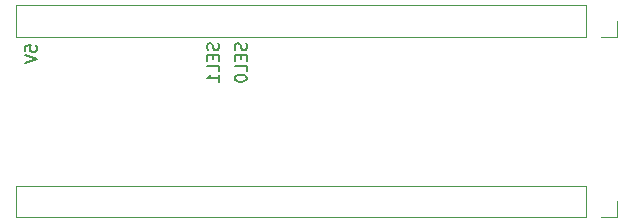
<source format=gbo>
G04 #@! TF.GenerationSoftware,KiCad,Pcbnew,(5.1.6)-1*
G04 #@! TF.CreationDate,2021-10-27T15:33:21+03:00*
G04 #@! TF.ProjectId,df_selector,64665f73-656c-4656-9374-6f722e6b6963,rev?*
G04 #@! TF.SameCoordinates,Original*
G04 #@! TF.FileFunction,Legend,Bot*
G04 #@! TF.FilePolarity,Positive*
%FSLAX46Y46*%
G04 Gerber Fmt 4.6, Leading zero omitted, Abs format (unit mm)*
G04 Created by KiCad (PCBNEW (5.1.6)-1) date 2021-10-27 15:33:21*
%MOMM*%
%LPD*%
G01*
G04 APERTURE LIST*
%ADD10C,0.150000*%
%ADD11C,0.120000*%
%ADD12O,1.700000X1.700000*%
%ADD13R,1.700000X1.700000*%
%ADD14C,1.700000*%
G04 APERTURE END LIST*
D10*
X74702380Y-104059523D02*
X74702380Y-103583333D01*
X75178571Y-103535714D01*
X75130952Y-103583333D01*
X75083333Y-103678571D01*
X75083333Y-103916666D01*
X75130952Y-104011904D01*
X75178571Y-104059523D01*
X75273809Y-104107142D01*
X75511904Y-104107142D01*
X75607142Y-104059523D01*
X75654761Y-104011904D01*
X75702380Y-103916666D01*
X75702380Y-103678571D01*
X75654761Y-103583333D01*
X75607142Y-103535714D01*
X74702380Y-104392857D02*
X75702380Y-104726190D01*
X74702380Y-105059523D01*
X93414761Y-103380952D02*
X93462380Y-103523809D01*
X93462380Y-103761904D01*
X93414761Y-103857142D01*
X93367142Y-103904761D01*
X93271904Y-103952380D01*
X93176666Y-103952380D01*
X93081428Y-103904761D01*
X93033809Y-103857142D01*
X92986190Y-103761904D01*
X92938571Y-103571428D01*
X92890952Y-103476190D01*
X92843333Y-103428571D01*
X92748095Y-103380952D01*
X92652857Y-103380952D01*
X92557619Y-103428571D01*
X92510000Y-103476190D01*
X92462380Y-103571428D01*
X92462380Y-103809523D01*
X92510000Y-103952380D01*
X92938571Y-104380952D02*
X92938571Y-104714285D01*
X93462380Y-104857142D02*
X93462380Y-104380952D01*
X92462380Y-104380952D01*
X92462380Y-104857142D01*
X93462380Y-105761904D02*
X93462380Y-105285714D01*
X92462380Y-105285714D01*
X92462380Y-106285714D02*
X92462380Y-106380952D01*
X92510000Y-106476190D01*
X92557619Y-106523809D01*
X92652857Y-106571428D01*
X92843333Y-106619047D01*
X93081428Y-106619047D01*
X93271904Y-106571428D01*
X93367142Y-106523809D01*
X93414761Y-106476190D01*
X93462380Y-106380952D01*
X93462380Y-106285714D01*
X93414761Y-106190476D01*
X93367142Y-106142857D01*
X93271904Y-106095238D01*
X93081428Y-106047619D01*
X92843333Y-106047619D01*
X92652857Y-106095238D01*
X92557619Y-106142857D01*
X92510000Y-106190476D01*
X92462380Y-106285714D01*
X91054761Y-103380952D02*
X91102380Y-103523809D01*
X91102380Y-103761904D01*
X91054761Y-103857142D01*
X91007142Y-103904761D01*
X90911904Y-103952380D01*
X90816666Y-103952380D01*
X90721428Y-103904761D01*
X90673809Y-103857142D01*
X90626190Y-103761904D01*
X90578571Y-103571428D01*
X90530952Y-103476190D01*
X90483333Y-103428571D01*
X90388095Y-103380952D01*
X90292857Y-103380952D01*
X90197619Y-103428571D01*
X90150000Y-103476190D01*
X90102380Y-103571428D01*
X90102380Y-103809523D01*
X90150000Y-103952380D01*
X90578571Y-104380952D02*
X90578571Y-104714285D01*
X91102380Y-104857142D02*
X91102380Y-104380952D01*
X90102380Y-104380952D01*
X90102380Y-104857142D01*
X91102380Y-105761904D02*
X91102380Y-105285714D01*
X90102380Y-105285714D01*
X91102380Y-106619047D02*
X91102380Y-106047619D01*
X91102380Y-106333333D02*
X90102380Y-106333333D01*
X90245238Y-106238095D01*
X90340476Y-106142857D01*
X90388095Y-106047619D01*
D11*
X124830000Y-102830000D02*
X124830000Y-101500000D01*
X123500000Y-102830000D02*
X124830000Y-102830000D01*
X122230000Y-102830000D02*
X122230000Y-100170000D01*
X122230000Y-100170000D02*
X73910000Y-100170000D01*
X122230000Y-102830000D02*
X73910000Y-102830000D01*
X73910000Y-102830000D02*
X73910000Y-100170000D01*
X73910000Y-118080000D02*
X73910000Y-115420000D01*
X122230000Y-118080000D02*
X73910000Y-118080000D01*
X122230000Y-115420000D02*
X73910000Y-115420000D01*
X122230000Y-118080000D02*
X122230000Y-115420000D01*
X123500000Y-118080000D02*
X124830000Y-118080000D01*
X124830000Y-118080000D02*
X124830000Y-116750000D01*
D10*
%LPC*%
D12*
X110840000Y-89750000D03*
X108300000Y-89750000D03*
X113380000Y-89750000D03*
D13*
X121000000Y-89750000D03*
D12*
X115920000Y-89750000D03*
X118460000Y-89750000D03*
X108300000Y-79250000D03*
X110840000Y-79250000D03*
X113380000Y-79250000D03*
X115920000Y-79250000D03*
X118460000Y-79250000D03*
D13*
X121000000Y-79250000D03*
D14*
X75320000Y-88180000D03*
X75320000Y-90720000D03*
X77860000Y-90720000D03*
X77860000Y-88180000D03*
X80400000Y-90720000D03*
X80400000Y-88180000D03*
X82940000Y-90720000D03*
X82940000Y-88180000D03*
X85480000Y-90720000D03*
X85480000Y-88180000D03*
X88020000Y-90720000D03*
X88020000Y-88180000D03*
X90560000Y-90720000D03*
X90560000Y-88180000D03*
X93100000Y-90720000D03*
X93100000Y-88180000D03*
X95640000Y-90720000D03*
X95640000Y-88180000D03*
X98180000Y-90720000D03*
X98180000Y-88180000D03*
X75320000Y-65320000D03*
X75320000Y-62780000D03*
X77860000Y-65320000D03*
X77860000Y-62780000D03*
X80400000Y-65320000D03*
X80400000Y-62780000D03*
X82940000Y-65320000D03*
X82940000Y-62780000D03*
X85480000Y-65320000D03*
X85480000Y-62780000D03*
X88020000Y-65320000D03*
X88020000Y-62780000D03*
X90560000Y-65320000D03*
X90560000Y-62780000D03*
X93100000Y-65320000D03*
X93100000Y-62780000D03*
X95640000Y-65320000D03*
X95640000Y-62780000D03*
X98180000Y-65320000D03*
X98180000Y-62780000D03*
D12*
X123510000Y-112740000D03*
X75250000Y-97500000D03*
X120970000Y-112740000D03*
X77790000Y-97500000D03*
X118430000Y-112740000D03*
X80330000Y-97500000D03*
X115890000Y-112740000D03*
X82870000Y-97500000D03*
X113350000Y-112740000D03*
X85410000Y-97500000D03*
X110810000Y-112740000D03*
X87950000Y-97500000D03*
X108270000Y-112740000D03*
X90490000Y-97500000D03*
X105730000Y-112740000D03*
X93030000Y-97500000D03*
X103190000Y-112740000D03*
X95570000Y-97500000D03*
X100650000Y-112740000D03*
X98110000Y-97500000D03*
X98110000Y-112740000D03*
X100650000Y-97500000D03*
X95570000Y-112740000D03*
X103190000Y-97500000D03*
X93030000Y-112740000D03*
X105730000Y-97500000D03*
X90490000Y-112740000D03*
X108270000Y-97500000D03*
X87950000Y-112740000D03*
X110810000Y-97500000D03*
X85410000Y-112740000D03*
X113350000Y-97500000D03*
X82870000Y-112740000D03*
X115890000Y-97500000D03*
X80330000Y-112740000D03*
X118430000Y-97500000D03*
X77790000Y-112740000D03*
X120970000Y-97500000D03*
X75250000Y-112740000D03*
D13*
X123510000Y-97500000D03*
X123500000Y-101500000D03*
D12*
X120960000Y-101500000D03*
X118420000Y-101500000D03*
X115880000Y-101500000D03*
X113340000Y-101500000D03*
X110800000Y-101500000D03*
X108260000Y-101500000D03*
X105720000Y-101500000D03*
X103180000Y-101500000D03*
X100640000Y-101500000D03*
X98100000Y-101500000D03*
X95560000Y-101500000D03*
X93020000Y-101500000D03*
X90480000Y-101500000D03*
X87940000Y-101500000D03*
X85400000Y-101500000D03*
X82860000Y-101500000D03*
X80320000Y-101500000D03*
X77780000Y-101500000D03*
X75240000Y-101500000D03*
X75240000Y-116750000D03*
X77780000Y-116750000D03*
X80320000Y-116750000D03*
X82860000Y-116750000D03*
X85400000Y-116750000D03*
X87940000Y-116750000D03*
X90480000Y-116750000D03*
X93020000Y-116750000D03*
X95560000Y-116750000D03*
X98100000Y-116750000D03*
X100640000Y-116750000D03*
X103180000Y-116750000D03*
X105720000Y-116750000D03*
X108260000Y-116750000D03*
X110800000Y-116750000D03*
X113340000Y-116750000D03*
X115880000Y-116750000D03*
X118420000Y-116750000D03*
X120960000Y-116750000D03*
D13*
X123500000Y-116750000D03*
M02*

</source>
